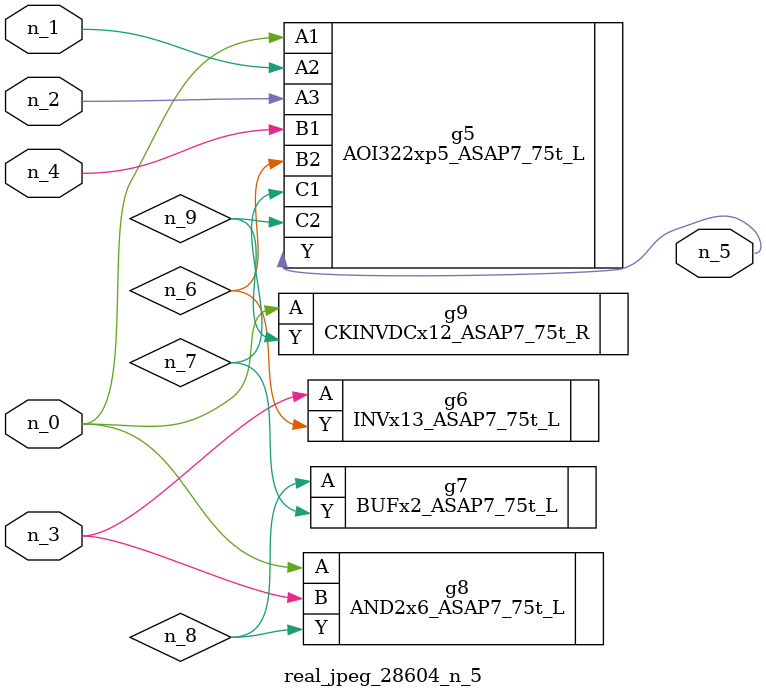
<source format=v>
module real_jpeg_28604_n_5 (n_4, n_0, n_1, n_2, n_3, n_5);

input n_4;
input n_0;
input n_1;
input n_2;
input n_3;

output n_5;

wire n_8;
wire n_6;
wire n_7;
wire n_9;

AOI322xp5_ASAP7_75t_L g5 ( 
.A1(n_0),
.A2(n_1),
.A3(n_2),
.B1(n_4),
.B2(n_6),
.C1(n_7),
.C2(n_9),
.Y(n_5)
);

AND2x6_ASAP7_75t_L g8 ( 
.A(n_0),
.B(n_3),
.Y(n_8)
);

CKINVDCx12_ASAP7_75t_R g9 ( 
.A(n_0),
.Y(n_9)
);

INVx13_ASAP7_75t_L g6 ( 
.A(n_3),
.Y(n_6)
);

BUFx2_ASAP7_75t_L g7 ( 
.A(n_8),
.Y(n_7)
);


endmodule
</source>
